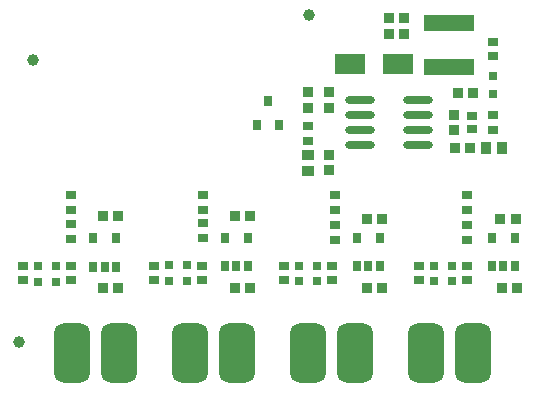
<source format=gtp>
G04 Layer_Color=7318015*
%FSAX25Y25*%
%MOIN*%
G70*
G01*
G75*
G04:AMPARAMS|DCode=10|XSize=118.11mil|YSize=196.85mil|CornerRadius=29.53mil|HoleSize=0mil|Usage=FLASHONLY|Rotation=0.000|XOffset=0mil|YOffset=0mil|HoleType=Round|Shape=RoundedRectangle|*
%AMROUNDEDRECTD10*
21,1,0.11811,0.13780,0,0,0.0*
21,1,0.05906,0.19685,0,0,0.0*
1,1,0.05906,0.02953,-0.06890*
1,1,0.05906,-0.02953,-0.06890*
1,1,0.05906,-0.02953,0.06890*
1,1,0.05906,0.02953,0.06890*
%
%ADD10ROUNDEDRECTD10*%
%ADD11C,0.03937*%
%ADD12R,0.02559X0.03543*%
%ADD13R,0.03740X0.03150*%
%ADD14R,0.03347X0.02756*%
%ADD15R,0.04134X0.03543*%
%ADD16R,0.03150X0.03150*%
%ADD17R,0.03150X0.03150*%
%ADD18R,0.03347X0.03543*%
%ADD19R,0.03543X0.03347*%
%ADD20O,0.09843X0.02756*%
%ADD21R,0.09843X0.06693*%
%ADD22R,0.03150X0.03543*%
%ADD23R,0.03543X0.04134*%
%ADD24R,0.16535X0.05512*%
D10*
X0187614Y0127953D02*
D03*
X0171866D02*
D03*
X0132496D02*
D03*
X0148244D02*
D03*
X0266354D02*
D03*
X0250606D02*
D03*
X0211236D02*
D03*
X0226984D02*
D03*
D11*
X0119504Y0225590D02*
D03*
X0211630Y0240551D02*
D03*
X0114779Y0131496D02*
D03*
D12*
X0227609Y0166224D02*
D03*
X0235090D02*
D03*
Y0156775D02*
D03*
X0231350D02*
D03*
X0227609D02*
D03*
X0183609Y0166224D02*
D03*
X0191090D02*
D03*
Y0156775D02*
D03*
X0187350D02*
D03*
X0183609D02*
D03*
X0139719Y0166099D02*
D03*
X0147199D02*
D03*
Y0156650D02*
D03*
X0143459D02*
D03*
X0139719D02*
D03*
X0272609Y0166224D02*
D03*
X0280090D02*
D03*
Y0156775D02*
D03*
X0276350D02*
D03*
X0272609D02*
D03*
D13*
X0264350Y0170461D02*
D03*
Y0165539D02*
D03*
X0220291Y0175539D02*
D03*
Y0180461D02*
D03*
Y0170461D02*
D03*
Y0165539D02*
D03*
X0176350Y0175539D02*
D03*
Y0180461D02*
D03*
Y0171197D02*
D03*
Y0166276D02*
D03*
X0132350Y0175539D02*
D03*
Y0180461D02*
D03*
Y0170961D02*
D03*
Y0166039D02*
D03*
X0272768Y0207126D02*
D03*
Y0202205D02*
D03*
X0211268Y0198705D02*
D03*
Y0203626D02*
D03*
X0264350Y0175539D02*
D03*
Y0180461D02*
D03*
D14*
X0248350Y0152236D02*
D03*
Y0156764D02*
D03*
X0219350D02*
D03*
Y0152236D02*
D03*
X0203350D02*
D03*
Y0156764D02*
D03*
X0175850D02*
D03*
Y0152236D02*
D03*
X0159850D02*
D03*
Y0156764D02*
D03*
X0132350Y0156764D02*
D03*
Y0152236D02*
D03*
X0116350Y0152236D02*
D03*
Y0156764D02*
D03*
X0272768Y0226902D02*
D03*
Y0231429D02*
D03*
X0265961Y0202461D02*
D03*
Y0206988D02*
D03*
X0264350Y0156764D02*
D03*
Y0152236D02*
D03*
D15*
X0211236Y0188681D02*
D03*
Y0193996D02*
D03*
D16*
X0253397Y0157000D02*
D03*
X0259302D02*
D03*
X0214302Y0152000D02*
D03*
X0208397D02*
D03*
Y0157000D02*
D03*
X0214302D02*
D03*
X0170802Y0152000D02*
D03*
X0164897D02*
D03*
Y0157236D02*
D03*
X0170802D02*
D03*
X0127302Y0151500D02*
D03*
X0121397D02*
D03*
Y0157000D02*
D03*
X0127302D02*
D03*
X0259302Y0152000D02*
D03*
X0253397D02*
D03*
D17*
X0272768Y0220118D02*
D03*
Y0214212D02*
D03*
D18*
X0275291Y0172500D02*
D03*
X0280409D02*
D03*
X0230791Y0149500D02*
D03*
X0235909D02*
D03*
X0230791Y0172500D02*
D03*
X0235909D02*
D03*
X0186791Y0149500D02*
D03*
X0191909D02*
D03*
X0186791Y0173500D02*
D03*
X0191909D02*
D03*
X0142791Y0149500D02*
D03*
X0147909D02*
D03*
X0142791Y0173500D02*
D03*
X0147909D02*
D03*
X0238268Y0234165D02*
D03*
X0243386D02*
D03*
X0238268Y0239665D02*
D03*
X0243386D02*
D03*
X0266327Y0214665D02*
D03*
X0261209D02*
D03*
X0265327Y0196165D02*
D03*
X0260209D02*
D03*
X0275791Y0149500D02*
D03*
X0280909D02*
D03*
D19*
X0259768Y0207224D02*
D03*
Y0202106D02*
D03*
X0218323Y0188779D02*
D03*
Y0193898D02*
D03*
X0218268Y0214724D02*
D03*
Y0209606D02*
D03*
X0211268Y0214724D02*
D03*
Y0209606D02*
D03*
D20*
X0228622Y0212224D02*
D03*
Y0207224D02*
D03*
Y0202224D02*
D03*
Y0197224D02*
D03*
X0247913Y0212224D02*
D03*
Y0207224D02*
D03*
Y0202224D02*
D03*
Y0197224D02*
D03*
D21*
X0241142Y0224165D02*
D03*
X0225394D02*
D03*
D22*
X0197850Y0211811D02*
D03*
X0201590Y0203937D02*
D03*
X0194110D02*
D03*
D23*
X0270610Y0196165D02*
D03*
X0275925D02*
D03*
D24*
X0258268Y0237949D02*
D03*
Y0223382D02*
D03*
M02*

</source>
